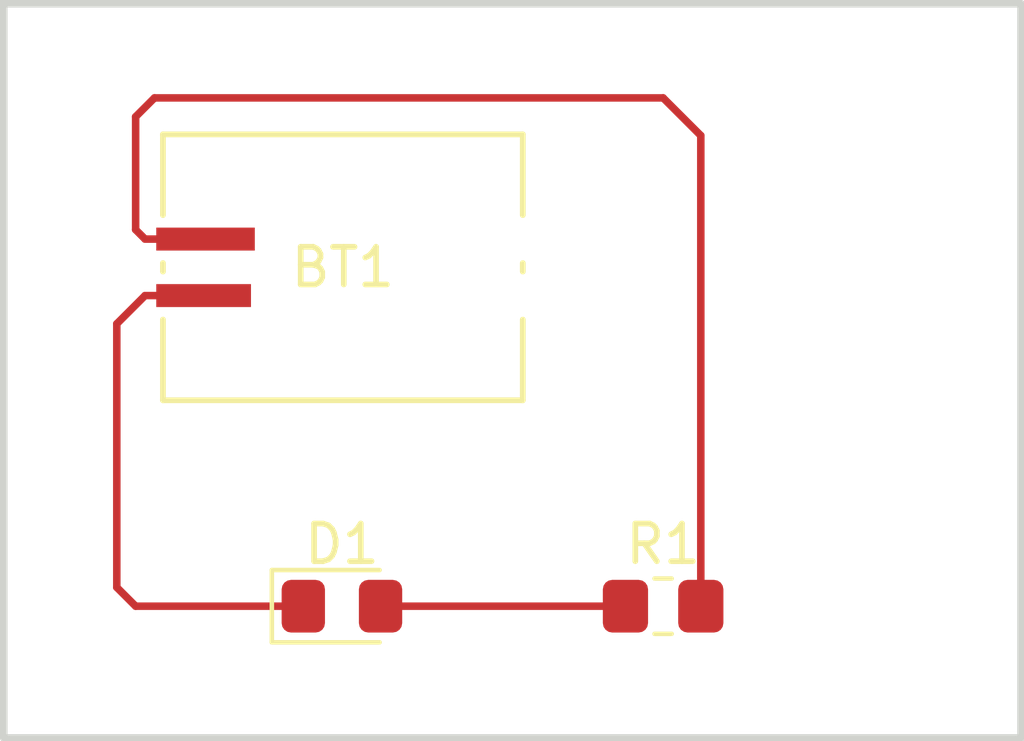
<source format=kicad_pcb>
(kicad_pcb (version 20240108) (generator "pcbnew") (generator_version "8.0")
  (title_block (title "First PCB") (date "2024-10-08") (rev "1.0"))
  (layers (0 "F.Cu" signal) (31 "B.Cu" signal) (34 "B.Paste" user) (35 "F.Paste" user) (36 "B.SilkS" user "B.Silkscreen") (37 "F.SilkS" user "F.Silkscreen") (38 "B.Mask" user) (39 "F.Mask" user) (44 "Edge.Cuts" user))
  (net 0 "")
  (net 1 "Net-(BT1-+)")
  (net 2 "Net-(BT1--)")
  (net 3 "Net-(D1-A)")
  (footprint "Diode_SMD:D_0805_2012Metric_Pad1.15x1.40mm_HandSolder" (layer "F.Cu") (at 145.475 94.5)
    (property "Reference" "D1" (at 0 -1.65 0) (layer "F.SilkS"))
    (property "Value" "LED")
    (fp_line (start -1.86 -0.96) (end -1.86 0.96) (stroke (width 0.12)) (layer "F.SilkS"))
    (fp_line (start -1.86 0.96) (end 1 0.96) (stroke (width 0.12)) (layer "F.SilkS"))
    (fp_line (start 1 -0.96) (end -1.86 -0.96) (stroke (width 0.12)) (layer "F.SilkS"))
    (pad "1" smd roundrect (at -1.025 0) (size 1.15 1.4) (layers "F.Cu" "F.Paste" "F.Mask") (roundrect_rratio 0.217391) (net 2 "Net-(BT1--)"))
    (pad "2" smd roundrect (at 1.025 0) (size 1.15 1.4) (layers "F.Cu" "F.Paste" "F.Mask") (roundrect_rratio 0.217391) (net 3 "Net-(D1-A)"))
  )
  (footprint "FS_3_Global_Footprint_Library:MS621FE-FL11E_SEC" (layer "F.Cu") (at 145.5 85.5)
    (property "Reference" "BT1" (at 0 0 0) (layer "F.SilkS"))
    (property "Value" "Battery")
    (fp_line (start -4.7752 -3.5306) (end -4.7752 -1.387541) (stroke (width 0.1524)) (layer "F.SilkS"))
    (fp_line (start -4.7752 -0.112461) (end -4.7752 0.112461) (stroke (width 0.1524)) (layer "F.SilkS"))
    (fp_line (start -4.7752 1.387541) (end -4.7752 3.5306) (stroke (width 0.1524)) (layer "F.SilkS"))
    (fp_line (start -4.7752 3.5306) (end 4.7752 3.5306) (stroke (width 0.1524)) (layer "F.SilkS"))
    (fp_line (start 4.7752 -3.5306) (end -4.7752 -3.5306) (stroke (width 0.1524)) (layer "F.SilkS"))
    (fp_line (start 4.7752 -1.387541) (end 4.7752 -3.5306) (stroke (width 0.1524)) (layer "F.SilkS"))
    (fp_line (start 4.7752 0.112461) (end 4.7752 -0.112461) (stroke (width 0.1524)) (layer "F.SilkS"))
    (fp_line (start 4.7752 3.5306) (end 4.7752 1.387541) (stroke (width 0.1524)) (layer "F.SilkS"))
    (pad "1" smd rect (at -3.6449 -0.750001) (size 2.6162 0.6096) (layers "F.Cu" "F.Paste" "F.Mask") (net 1 "Net-(BT1-+)"))
    (pad "2" smd rect (at -3.6957 0.750001) (size 2.5146 0.6096) (layers "F.Cu" "F.Paste" "F.Mask") (net 2 "Net-(BT1--)"))
  )
  (footprint "Resistor_SMD:R_0805_2012Metric_Pad1.20x1.40mm_HandSolder" (layer "F.Cu") (at 154 94.5)
    (property "Reference" "R1" (at 0 -1.65 0) (layer "F.SilkS"))
    (property "Value" "R")
    (fp_line (start -0.227064 -0.735) (end 0.227064 -0.735) (stroke (width 0.12)) (layer "F.SilkS"))
    (fp_line (start -0.227064 0.735) (end 0.227064 0.735) (stroke (width 0.12)) (layer "F.SilkS"))
    (pad "1" smd roundrect (at -1 0) (size 1.2 1.4) (layers "F.Cu" "F.Paste" "F.Mask") (roundrect_rratio 0.208333) (net 3 "Net-(D1-A)"))
    (pad "2" smd roundrect (at 1 0) (size 1.2 1.4) (layers "F.Cu" "F.Paste" "F.Mask") (roundrect_rratio 0.208333) (net 1 "Net-(BT1-+)"))
  )
  (gr_rect (start 136.5 78.5) (end 163.5 98) (stroke (width 0.2)) (fill none) (layer "Edge.Cuts"))
  (segment (start 154 81) (end 140.5 81) (width 0.2) (layer "F.Cu") (net 1))
  (segment (start 140.5 81) (end 140 81.5) (width 0.2) (layer "F.Cu") (net 1))
  (segment (start 140.249999 84.749999) (end 141.8551 84.749999) (width 0.2) (layer "F.Cu") (net 1))
  (segment (start 140 81.5) (end 140 84.5) (width 0.2) (layer "F.Cu") (net 1))
  (segment (start 155 94.5) (end 155 82) (width 0.2) (layer "F.Cu") (net 1))
  (segment (start 140 84.5) (end 140.249999 84.749999) (width 0.2) (layer "F.Cu") (net 1))
  (segment (start 155 82) (end 154 81) (width 0.2) (layer "F.Cu") (net 1))
  (segment (start 139.5 87) (end 140.249999 86.250001) (width 0.2) (layer "F.Cu") (net 2))
  (segment (start 144.45 94.5) (end 140 94.5) (width 0.2) (layer "F.Cu") (net 2))
  (segment (start 139.5 94) (end 139.5 87) (width 0.2) (layer "F.Cu") (net 2))
  (segment (start 140.249999 86.250001) (end 141.8043 86.250001) (width 0.2) (layer "F.Cu") (net 2))
  (segment (start 140 94.5) (end 139.5 94) (width 0.2) (layer "F.Cu") (net 2))
  (segment (start 146.5 94.5) (end 153 94.5) (width 0.2) (layer "F.Cu") (net 3))
)
</source>
